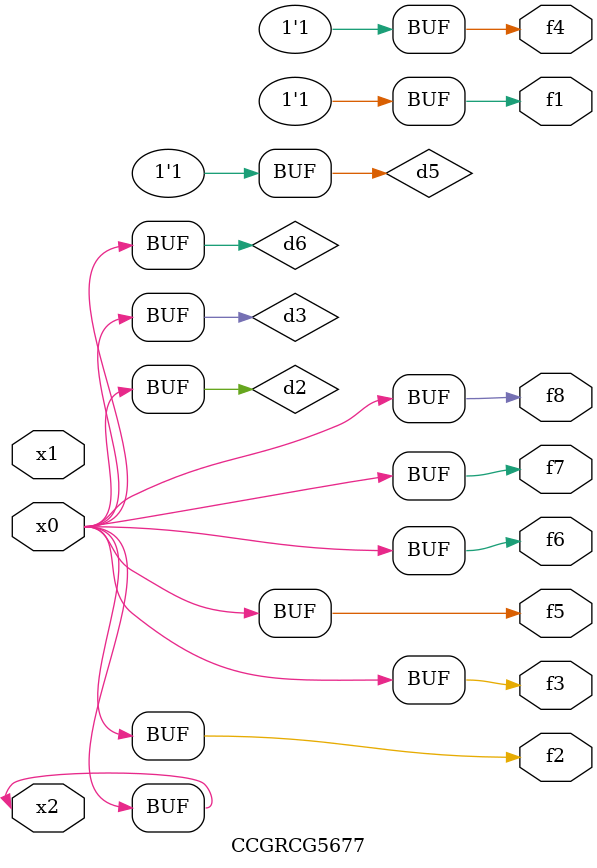
<source format=v>
module CCGRCG5677(
	input x0, x1, x2,
	output f1, f2, f3, f4, f5, f6, f7, f8
);

	wire d1, d2, d3, d4, d5, d6;

	xnor (d1, x2);
	buf (d2, x0, x2);
	and (d3, x0);
	xnor (d4, x1, x2);
	nand (d5, d1, d3);
	buf (d6, d2, d3);
	assign f1 = d5;
	assign f2 = d6;
	assign f3 = d6;
	assign f4 = d5;
	assign f5 = d6;
	assign f6 = d6;
	assign f7 = d6;
	assign f8 = d6;
endmodule

</source>
